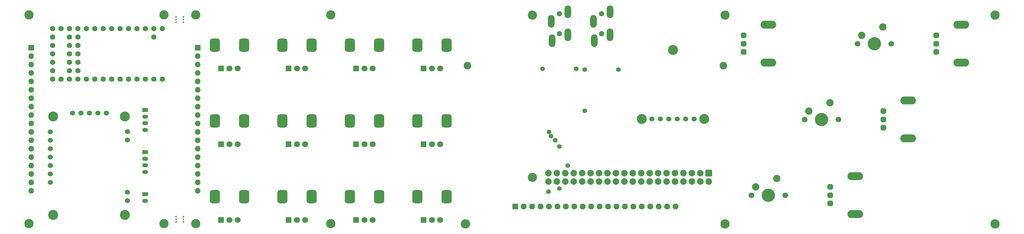
<source format=gts>
%TF.GenerationSoftware,KiCad,Pcbnew,(6.0.8)*%
%TF.CreationDate,2022-10-17T00:12:51-07:00*%
%TF.ProjectId,norns-deck-210330,6e6f726e-732d-4646-9563-6b2d32313033,rev?*%
%TF.SameCoordinates,Original*%
%TF.FileFunction,Soldermask,Top*%
%TF.FilePolarity,Negative*%
%FSLAX46Y46*%
G04 Gerber Fmt 4.6, Leading zero omitted, Abs format (unit mm)*
G04 Created by KiCad (PCBNEW (6.0.8)) date 2022-10-17 00:12:51*
%MOMM*%
%LPD*%
G01*
G04 APERTURE LIST*
G04 Aperture macros list*
%AMRoundRect*
0 Rectangle with rounded corners*
0 $1 Rounding radius*
0 $2 $3 $4 $5 $6 $7 $8 $9 X,Y pos of 4 corners*
0 Add a 4 corners polygon primitive as box body*
4,1,4,$2,$3,$4,$5,$6,$7,$8,$9,$2,$3,0*
0 Add four circle primitives for the rounded corners*
1,1,$1+$1,$2,$3*
1,1,$1+$1,$4,$5*
1,1,$1+$1,$6,$7*
1,1,$1+$1,$8,$9*
0 Add four rect primitives between the rounded corners*
20,1,$1+$1,$2,$3,$4,$5,0*
20,1,$1+$1,$4,$5,$6,$7,0*
20,1,$1+$1,$6,$7,$8,$9,0*
20,1,$1+$1,$8,$9,$2,$3,0*%
%AMFreePoly0*
4,1,25,0.436719,0.836196,0.448842,0.825842,0.825842,0.448842,0.854349,0.392894,0.855600,0.377000,0.855600,-0.377000,0.836196,-0.436719,0.825842,-0.448842,0.448842,-0.825842,0.392894,-0.854349,0.377000,-0.855600,-0.377000,-0.855600,-0.436719,-0.836196,-0.448842,-0.825842,-0.825842,-0.448842,-0.854349,-0.392894,-0.855600,-0.377000,-0.855600,0.377000,-0.836196,0.436719,-0.825842,0.448842,
-0.448842,0.825842,-0.392894,0.854349,-0.377000,0.855600,0.377000,0.855600,0.436719,0.836196,0.436719,0.836196,$1*%
%AMFreePoly1*
4,1,25,0.370379,0.832196,0.382502,0.821842,0.821842,0.382502,0.850349,0.326554,0.851600,0.310660,0.851600,-0.310660,0.832196,-0.370379,0.821842,-0.382502,0.382502,-0.821842,0.326554,-0.850349,0.310660,-0.851600,-0.310660,-0.851600,-0.370379,-0.832196,-0.382502,-0.821842,-0.821842,-0.382502,-0.850349,-0.326554,-0.851600,-0.310660,-0.851600,0.310660,-0.832196,0.370379,-0.821842,0.382502,
-0.382502,0.821842,-0.326554,0.850349,-0.310660,0.851600,0.310660,0.851600,0.370379,0.832196,0.370379,0.832196,$1*%
G04 Aperture macros list end*
%ADD10C,2.800000*%
%ADD11C,2.750000*%
%ADD12RoundRect,0.101600X0.889000X0.889000X-0.889000X0.889000X-0.889000X-0.889000X0.889000X-0.889000X0*%
%ADD13C,1.981200*%
%ADD14FreePoly0,270.000000*%
%ADD15O,4.703200X2.453200*%
%ADD16R,1.800000X1.800000*%
%ADD17C,1.800000*%
%ADD18RoundRect,0.750000X0.750000X-1.250000X0.750000X1.250000X-0.750000X1.250000X-0.750000X-1.250000X0*%
%ADD19C,4.000000*%
%ADD20C,1.700000*%
%ADD21C,2.200000*%
%ADD22C,0.500000*%
%ADD23RoundRect,0.701600X0.000000X0.000000X0.000000X0.000000X0.000000X0.000000X0.000000X0.000000X0*%
%ADD24RoundRect,0.701600X0.000000X0.000000X0.000000X0.000000X0.000000X0.000000X0.000000X0.000000X0*%
%ADD25C,2.286000*%
%ADD26RoundRect,0.101600X-0.750000X-0.750000X0.750000X-0.750000X0.750000X0.750000X-0.750000X0.750000X0*%
%ADD27FreePoly1,0.000000*%
%ADD28C,3.000000*%
%ADD29C,1.524000*%
%ADD30RoundRect,0.701600X0.000000X0.000000X0.000000X0.000000X0.000000X0.000000X0.000000X0.000000X0*%
%ADD31R,1.700000X1.700000*%
%ADD32O,1.700000X1.700000*%
%ADD33RoundRect,0.701600X0.000000X0.000000X0.000000X0.000000X0.000000X0.000000X0.000000X0.000000X0*%
%ADD34C,1.600000*%
%ADD35O,2.003200X3.803200*%
%ADD36RoundRect,0.250000X-0.625000X0.350000X-0.625000X-0.350000X0.625000X-0.350000X0.625000X0.350000X0*%
%ADD37O,1.750000X1.200000*%
G04 APERTURE END LIST*
D10*
X49685200Y-178847800D03*
D11*
X201212200Y-164857800D03*
X259212200Y-115857800D03*
X201212200Y-115857800D03*
D12*
X254342200Y-163587800D03*
D13*
X254342200Y-166127800D03*
X251802200Y-163587800D03*
X251802200Y-166127800D03*
X249262200Y-163587800D03*
X249262200Y-166127800D03*
X246722200Y-163587800D03*
X246722200Y-166127800D03*
X244182200Y-163587800D03*
X244182200Y-166127800D03*
X241642200Y-163587800D03*
X241642200Y-166127800D03*
X239102200Y-163587800D03*
X239102200Y-166127800D03*
X236562200Y-163587800D03*
X236562200Y-166127800D03*
X234022200Y-163587800D03*
X234022200Y-166127800D03*
X231482200Y-163587800D03*
X231482200Y-166127800D03*
X228942200Y-163587800D03*
X228942200Y-166127800D03*
X226402200Y-163587800D03*
X226402200Y-166127800D03*
X223862200Y-163587800D03*
X223862200Y-166127800D03*
X221322200Y-163587800D03*
X221322200Y-166127800D03*
X218782200Y-163587800D03*
X218782200Y-166127800D03*
X216242200Y-163587800D03*
X216242200Y-166127800D03*
X213702200Y-163587800D03*
X213702200Y-166127800D03*
X211162200Y-163587800D03*
X211162200Y-166127800D03*
X208622200Y-163587800D03*
X208622200Y-166127800D03*
X206082200Y-163587800D03*
X206082200Y-166127800D03*
D14*
X290912200Y-167717800D03*
X290912200Y-172717800D03*
X290912200Y-170217800D03*
D15*
X298412200Y-164502800D03*
X298412200Y-175932800D03*
D16*
X107495200Y-154847800D03*
D17*
X109995200Y-154847800D03*
X112495200Y-154847800D03*
D18*
X105595200Y-147847800D03*
X114395200Y-147847800D03*
D16*
X148135200Y-177707800D03*
D17*
X150635200Y-177707800D03*
X153135200Y-177707800D03*
D18*
X155035200Y-170707800D03*
X146235200Y-170707800D03*
D10*
X49685200Y-115847800D03*
D16*
X107495200Y-131987800D03*
D17*
X109995200Y-131987800D03*
X112495200Y-131987800D03*
D18*
X105595200Y-124987800D03*
X114395200Y-124987800D03*
D19*
X304212200Y-124497800D03*
D20*
X299132200Y-124497800D03*
X309292200Y-124497800D03*
D21*
X306752200Y-119417800D03*
X300402200Y-121957800D03*
D10*
X259212200Y-178857800D03*
D16*
X148135200Y-154847800D03*
D17*
X150635200Y-154847800D03*
X153135200Y-154847800D03*
D18*
X155035200Y-147847800D03*
X146235200Y-147847800D03*
D22*
X93980200Y-117227800D03*
X96180200Y-116427800D03*
X93980200Y-118027800D03*
X96180200Y-118027800D03*
X96180200Y-117227800D03*
X93980200Y-116427800D03*
D16*
X107495200Y-177707800D03*
D17*
X109995200Y-177707800D03*
X112495200Y-177707800D03*
D18*
X105595200Y-170707800D03*
X114395200Y-170707800D03*
D14*
X264792200Y-121997800D03*
X264792200Y-126997800D03*
X264792200Y-124497800D03*
D15*
X272292200Y-118782800D03*
X272292200Y-130212800D03*
D16*
X168455200Y-177707800D03*
D17*
X170955200Y-177707800D03*
X173455200Y-177707800D03*
D18*
X175355200Y-170707800D03*
X166555200Y-170707800D03*
D10*
X181107200Y-178857800D03*
X99835200Y-115847800D03*
D16*
X127815200Y-131987800D03*
D17*
X130315200Y-131987800D03*
X132815200Y-131987800D03*
D18*
X134715200Y-124987800D03*
X125915200Y-124987800D03*
D23*
X204292200Y-132042800D03*
D24*
X211912200Y-161252800D03*
D10*
X90325200Y-178847800D03*
D16*
X127815200Y-177707800D03*
D17*
X130315200Y-177707800D03*
X132815200Y-177707800D03*
D18*
X134715200Y-170707800D03*
X125915200Y-170707800D03*
D10*
X140475200Y-178847800D03*
X90325200Y-115847800D03*
D22*
X93980200Y-177487800D03*
X96180200Y-177487800D03*
X93980200Y-176687800D03*
X93980200Y-178287800D03*
X96180200Y-178287800D03*
X96180200Y-176687800D03*
D24*
X209372200Y-168237800D03*
X216992200Y-144742800D03*
D25*
X181667200Y-131112800D03*
X258667200Y-131112800D03*
D26*
X196037200Y-173612800D03*
D27*
X198577200Y-173612800D03*
X201117200Y-173612800D03*
X203657200Y-173612800D03*
X206197200Y-173612800D03*
X208737200Y-173612800D03*
X211277200Y-173612800D03*
X213817200Y-173612800D03*
X216357200Y-173612800D03*
X218897200Y-173612800D03*
X221437200Y-173612800D03*
X223977200Y-173612800D03*
X226517200Y-173612800D03*
X229057200Y-173612800D03*
X231597200Y-173612800D03*
X234137200Y-173612800D03*
X236677200Y-173612800D03*
X239217200Y-173612800D03*
X241757200Y-173612800D03*
X244297200Y-173612800D03*
D16*
X168455200Y-154847800D03*
D17*
X170955200Y-154847800D03*
X173455200Y-154847800D03*
D18*
X175355200Y-147847800D03*
X166555200Y-147847800D03*
D23*
X214452200Y-132042800D03*
D14*
X306872200Y-144857800D03*
X306872200Y-149857800D03*
X306872200Y-147357800D03*
D15*
X314372200Y-141642800D03*
X314372200Y-153072800D03*
D10*
X99835200Y-178847800D03*
X340492200Y-115857800D03*
D19*
X272292200Y-170217800D03*
D20*
X277372200Y-170217800D03*
X267212200Y-170217800D03*
D21*
X274832200Y-165137800D03*
X268482200Y-167677800D03*
D28*
X234142800Y-147199800D03*
X243542800Y-126399800D03*
X252942800Y-147199800D03*
D29*
X237192800Y-147199800D03*
X239732800Y-147199800D03*
X242272800Y-147199800D03*
X244812800Y-147199800D03*
X247352800Y-147199800D03*
X249892800Y-147199800D03*
D30*
X208102200Y-153632800D03*
D31*
X50320200Y-125757800D03*
D32*
X50320200Y-128297800D03*
X50320200Y-130837800D03*
X50320200Y-133377800D03*
X50320200Y-135917800D03*
X50320200Y-138457800D03*
X50320200Y-140997800D03*
X50320200Y-143537800D03*
X50320200Y-146077800D03*
X50320200Y-148617800D03*
X50320200Y-151157800D03*
X50320200Y-153697800D03*
X50320200Y-156237800D03*
X50320200Y-158777800D03*
X50320200Y-161317800D03*
X50320200Y-163857800D03*
X50320200Y-166397800D03*
X50320200Y-168937800D03*
D24*
X206082200Y-169138600D03*
D30*
X209372200Y-155537800D03*
D20*
X283172200Y-147357800D03*
X293332200Y-147357800D03*
D19*
X288252200Y-147357800D03*
D21*
X290792200Y-142277800D03*
X284442200Y-144817800D03*
D16*
X127815200Y-154847800D03*
D17*
X130315200Y-154847800D03*
X132815200Y-154847800D03*
D18*
X125915200Y-147847800D03*
X134715200Y-147847800D03*
D23*
X227152200Y-132360300D03*
D33*
X206197200Y-151092800D03*
D10*
X340492200Y-178857800D03*
D16*
X148135200Y-131987800D03*
D17*
X150635200Y-131987800D03*
X153135200Y-131987800D03*
D18*
X155035200Y-124987800D03*
X146235200Y-124987800D03*
D14*
X322832200Y-121997800D03*
X322832200Y-126997800D03*
X322832200Y-124497800D03*
D15*
X330332200Y-118782800D03*
X330332200Y-130212800D03*
D23*
X216992200Y-132360300D03*
D10*
X140475200Y-115847800D03*
D16*
X168455200Y-131987800D03*
D17*
X170955200Y-131987800D03*
X173455200Y-131987800D03*
D18*
X166555200Y-124987800D03*
X175355200Y-124987800D03*
D30*
X206832200Y-152362800D03*
D34*
X209372200Y-115497800D03*
X209372200Y-121497800D03*
D35*
X206872200Y-117797800D03*
X211872200Y-114897800D03*
X207172200Y-123597800D03*
X211872200Y-121797800D03*
D31*
X100470200Y-125757800D03*
D32*
X100470200Y-128297800D03*
X100470200Y-130837800D03*
X100470200Y-133377800D03*
X100470200Y-135917800D03*
X100470200Y-138457800D03*
X100470200Y-140997800D03*
X100470200Y-143537800D03*
X100470200Y-146077800D03*
X100470200Y-148617800D03*
X100470200Y-151157800D03*
X100470200Y-153697800D03*
X100470200Y-156237800D03*
X100470200Y-158777800D03*
X100470200Y-161317800D03*
X100470200Y-163857800D03*
X100470200Y-166397800D03*
X100470200Y-168937800D03*
D36*
X84666200Y-157236200D03*
D37*
X84666200Y-159236200D03*
X84666200Y-161236200D03*
X84666200Y-163236200D03*
D34*
X222072200Y-121497800D03*
X222072200Y-115497800D03*
D35*
X219572200Y-117797800D03*
X224572200Y-114897800D03*
X219872200Y-123597800D03*
X224572200Y-121797800D03*
D28*
X56921000Y-146477800D03*
X56921000Y-176197800D03*
X78511000Y-176197800D03*
X78511000Y-146477800D03*
D29*
X72921000Y-145468200D03*
X70381000Y-145468200D03*
X67841000Y-145468200D03*
X65301000Y-145468200D03*
X62761000Y-145468200D03*
X56106200Y-151157800D03*
X56106200Y-153697800D03*
X56106200Y-156237800D03*
X56106200Y-158777800D03*
X56106200Y-161317800D03*
X56106200Y-163857800D03*
X56106200Y-166397800D03*
X79271000Y-171884200D03*
X79271000Y-169344200D03*
X79271000Y-153596200D03*
X79271000Y-151056200D03*
D36*
X84666200Y-169936200D03*
D37*
X84666200Y-171936200D03*
D36*
X84666200Y-144536200D03*
D37*
X84666200Y-146536200D03*
X84666200Y-148536200D03*
X84666200Y-150536200D03*
D34*
X89759962Y-135207800D03*
X87219962Y-135207800D03*
X84679962Y-135207800D03*
X82139962Y-135207800D03*
X79599962Y-135207800D03*
X77059962Y-135207800D03*
X74519962Y-135207800D03*
X71979962Y-135207800D03*
X69439962Y-135207800D03*
X66899962Y-135207800D03*
X64359962Y-135207800D03*
X61819962Y-135207800D03*
X59279962Y-135207800D03*
X56739962Y-135207800D03*
X56739962Y-132667800D03*
X56739962Y-130127800D03*
X56739962Y-127587800D03*
X56739962Y-125047800D03*
X56739962Y-122507800D03*
X56739962Y-119967800D03*
X59279962Y-119967800D03*
X61819962Y-119967800D03*
X64359962Y-119967800D03*
X66899962Y-119967800D03*
X69439962Y-119967800D03*
X71979962Y-119967800D03*
X74519962Y-119967800D03*
X77059962Y-119967800D03*
X79599962Y-119967800D03*
X82139962Y-119967800D03*
X84679962Y-119967800D03*
X87219962Y-119967800D03*
X89759962Y-119967800D03*
X87219962Y-122507800D03*
X61819962Y-122507800D03*
X64359962Y-122507800D03*
X61819962Y-125047800D03*
X64359962Y-125047800D03*
X61819962Y-127587800D03*
X64359962Y-127587800D03*
X61819962Y-130127800D03*
X64359962Y-130127800D03*
X61819962Y-132667800D03*
X64359962Y-132667800D03*
M02*

</source>
